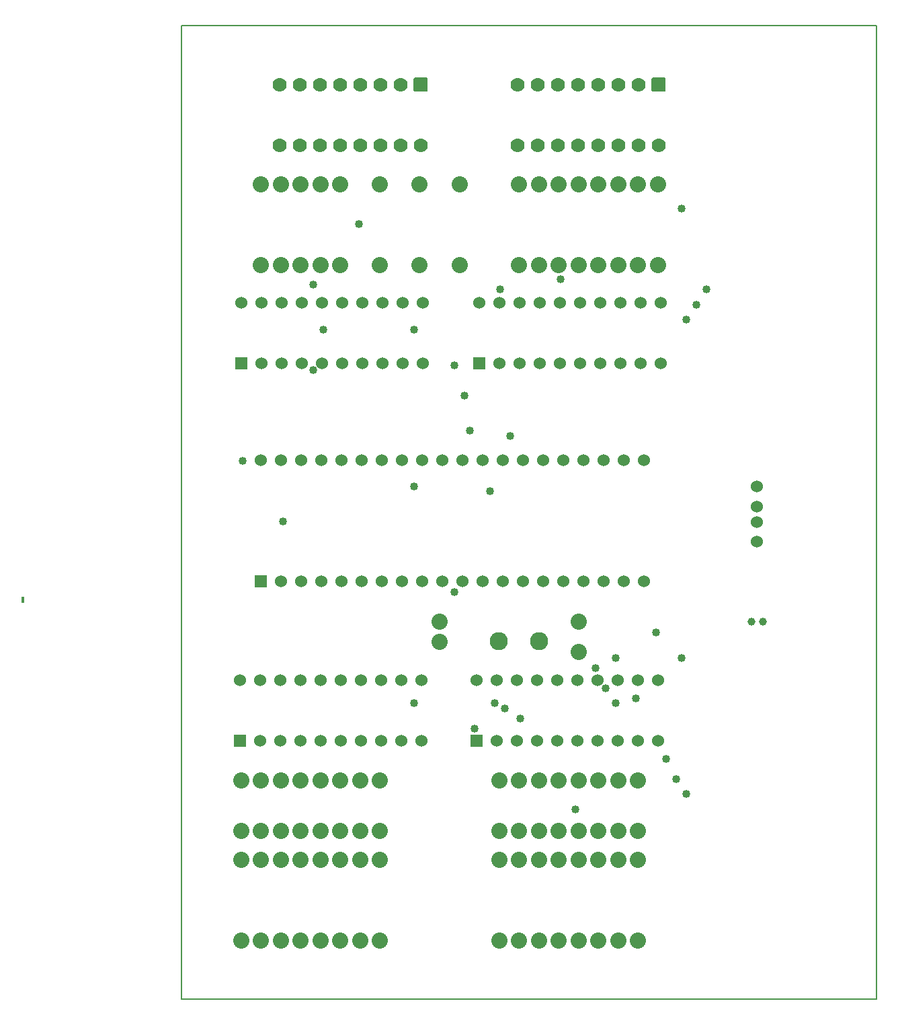
<source format=gbr>
G04 PROTEUS RS274X GERBER FILE*
%FSLAX45Y45*%
%MOMM*%
G01*
%ADD22C,1.016000*%
%AMPPAD002*
4,1,20,
-0.005000,0.625000,
0.005000,0.625000,
0.039760,0.621620,
0.071900,0.611880,
0.100810,0.596420,
0.125860,0.575860,
0.146420,0.550810,
0.161880,0.521900,
0.171620,0.489760,
0.175000,0.455000,
0.175000,-0.175000,
-0.175000,-0.175000,
-0.175000,0.455000,
-0.171620,0.489760,
-0.161880,0.521900,
-0.146420,0.550810,
-0.125860,0.575860,
-0.100810,0.596420,
-0.071900,0.611880,
-0.039760,0.621620,
-0.005000,0.625000,
0*%
%ADD12PPAD002*%
%AMPPAD015*
4,1,36,
-0.635000,0.762000,
0.635000,0.762000,
0.660970,0.759470,
0.684980,0.752200,
0.706580,0.740650,
0.725290,0.725290,
0.740650,0.706570,
0.752200,0.684980,
0.759470,0.660970,
0.762000,0.635000,
0.762000,-0.635000,
0.759470,-0.660970,
0.752200,-0.684980,
0.740650,-0.706570,
0.725290,-0.725290,
0.706580,-0.740650,
0.684980,-0.752200,
0.660970,-0.759470,
0.635000,-0.762000,
-0.635000,-0.762000,
-0.660970,-0.759470,
-0.684980,-0.752200,
-0.706580,-0.740650,
-0.725290,-0.725290,
-0.740650,-0.706570,
-0.752200,-0.684980,
-0.759470,-0.660970,
-0.762000,-0.635000,
-0.762000,0.635000,
-0.759470,0.660970,
-0.752200,0.684980,
-0.740650,0.706570,
-0.725290,0.725290,
-0.706580,0.740650,
-0.684980,0.752200,
-0.660970,0.759470,
-0.635000,0.762000,
0*%
%ADD23PPAD015*%
%ADD70C,1.524000*%
%ADD24C,2.286000*%
%ADD15C,2.032000*%
%ADD17C,0.980000*%
%AMPPAD017*
4,1,36,
0.889000,0.762000,
0.889000,-0.762000,
0.886470,-0.787970,
0.879200,-0.811980,
0.867650,-0.833580,
0.852290,-0.852290,
0.833570,-0.867650,
0.811980,-0.879200,
0.787970,-0.886470,
0.762000,-0.889000,
-0.762000,-0.889000,
-0.787970,-0.886470,
-0.811980,-0.879200,
-0.833570,-0.867650,
-0.852290,-0.852290,
-0.867650,-0.833580,
-0.879200,-0.811980,
-0.886470,-0.787970,
-0.889000,-0.762000,
-0.889000,0.762000,
-0.886470,0.787970,
-0.879200,0.811980,
-0.867650,0.833580,
-0.852290,0.852290,
-0.833570,0.867650,
-0.811980,0.879200,
-0.787970,0.886470,
-0.762000,0.889000,
0.762000,0.889000,
0.787970,0.886470,
0.811980,0.879200,
0.833570,0.867650,
0.852290,0.852290,
0.867650,0.833580,
0.879200,0.811980,
0.886470,0.787970,
0.889000,0.762000,
0*%
%ADD25PPAD017*%
%ADD16C,1.778000*%
%ADD71C,0.203200*%
%TD.AperFunction*%
D22*
X+2730500Y-1143000D03*
X-1968500Y+254000D03*
X+190500Y-635000D03*
X-2476500Y+1016000D03*
X+825500Y-2095500D03*
X+190500Y+2222500D03*
X+1016000Y-2222500D03*
X+1524000Y+3302000D03*
X+381000Y+1397000D03*
X+444500Y-2349500D03*
X+635000Y+635000D03*
X+889000Y+1333500D03*
X+317500Y+1841500D03*
X-317500Y+698500D03*
X-1587500Y+3238500D03*
X-1587500Y+2159000D03*
X-1016000Y+4000500D03*
X+762000Y+3175000D03*
X+3238500Y+2984500D03*
X+3048000Y+4191000D03*
X+3111500Y+2794000D03*
X+3365500Y+3175000D03*
X-317500Y-2032000D03*
X+698500Y-2032000D03*
X+2857500Y-2730500D03*
X+2222500Y-2032000D03*
X+1714500Y-3365500D03*
X+1968500Y-1587500D03*
X+3111500Y-3175000D03*
X+2095500Y-1841500D03*
X+3048000Y-1460500D03*
X+2222500Y-1460500D03*
X+2984500Y-2984500D03*
X+2476500Y-1968500D03*
X-1460500Y+2667000D03*
X-317500Y+2667000D03*
D12*
X-5250000Y-750000D03*
D23*
X-2250000Y-500000D03*
D70*
X-1996000Y-500000D03*
X-1742000Y-500000D03*
X-1488000Y-500000D03*
X-1234000Y-500000D03*
X-980000Y-500000D03*
X-726000Y-500000D03*
X-472000Y-500000D03*
X-218000Y-500000D03*
X+36000Y-500000D03*
X+290000Y-500000D03*
X+544000Y-500000D03*
X+798000Y-500000D03*
X+1052000Y-500000D03*
X+1306000Y-500000D03*
X+1560000Y-500000D03*
X+1814000Y-500000D03*
X+2068000Y-500000D03*
X+2322000Y-500000D03*
X+2576000Y-500000D03*
X+2576000Y+1024000D03*
X+2322000Y+1024000D03*
X+2068000Y+1024000D03*
X+1814000Y+1024000D03*
X+1560000Y+1024000D03*
X+1306000Y+1024000D03*
X+1052000Y+1024000D03*
X+798000Y+1024000D03*
X+544000Y+1024000D03*
X+290000Y+1024000D03*
X+36000Y+1024000D03*
X-218000Y+1024000D03*
X-472000Y+1024000D03*
X-726000Y+1024000D03*
X-980000Y+1024000D03*
X-1234000Y+1024000D03*
X-1488000Y+1024000D03*
X-1742000Y+1024000D03*
X-1996000Y+1024000D03*
X-2250000Y+1024000D03*
D23*
X-2500000Y+2250000D03*
D70*
X-2246000Y+2250000D03*
X-1992000Y+2250000D03*
X-1738000Y+2250000D03*
X-1484000Y+2250000D03*
X-1230000Y+2250000D03*
X-976000Y+2250000D03*
X-722000Y+2250000D03*
X-468000Y+2250000D03*
X-214000Y+2250000D03*
X-214000Y+3012000D03*
X-468000Y+3012000D03*
X-722000Y+3012000D03*
X-976000Y+3012000D03*
X-1230000Y+3012000D03*
X-1484000Y+3012000D03*
X-1738000Y+3012000D03*
X-1992000Y+3012000D03*
X-2246000Y+3012000D03*
X-2500000Y+3012000D03*
D23*
X+500000Y+2250000D03*
D70*
X+754000Y+2250000D03*
X+1008000Y+2250000D03*
X+1262000Y+2250000D03*
X+1516000Y+2250000D03*
X+1770000Y+2250000D03*
X+2024000Y+2250000D03*
X+2278000Y+2250000D03*
X+2532000Y+2250000D03*
X+2786000Y+2250000D03*
X+2786000Y+3012000D03*
X+2532000Y+3012000D03*
X+2278000Y+3012000D03*
X+2024000Y+3012000D03*
X+1770000Y+3012000D03*
X+1516000Y+3012000D03*
X+1262000Y+3012000D03*
X+1008000Y+3012000D03*
X+754000Y+3012000D03*
X+500000Y+3012000D03*
D23*
X-2512000Y-2500000D03*
D70*
X-2258000Y-2500000D03*
X-2004000Y-2500000D03*
X-1750000Y-2500000D03*
X-1496000Y-2500000D03*
X-1242000Y-2500000D03*
X-988000Y-2500000D03*
X-734000Y-2500000D03*
X-480000Y-2500000D03*
X-226000Y-2500000D03*
X-226000Y-1738000D03*
X-480000Y-1738000D03*
X-734000Y-1738000D03*
X-988000Y-1738000D03*
X-1242000Y-1738000D03*
X-1496000Y-1738000D03*
X-1750000Y-1738000D03*
X-2004000Y-1738000D03*
X-2258000Y-1738000D03*
X-2512000Y-1738000D03*
D23*
X+464000Y-2500000D03*
D70*
X+718000Y-2500000D03*
X+972000Y-2500000D03*
X+1226000Y-2500000D03*
X+1480000Y-2500000D03*
X+1734000Y-2500000D03*
X+1988000Y-2500000D03*
X+2242000Y-2500000D03*
X+2496000Y-2500000D03*
X+2750000Y-2500000D03*
X+2750000Y-1738000D03*
X+2496000Y-1738000D03*
X+2242000Y-1738000D03*
X+1988000Y-1738000D03*
X+1734000Y-1738000D03*
X+1480000Y-1738000D03*
X+1226000Y-1738000D03*
X+972000Y-1738000D03*
X+718000Y-1738000D03*
X+464000Y-1738000D03*
X+4000000Y+0D03*
X+4000000Y+248920D03*
X+4000000Y+447040D03*
X+4000000Y+695960D03*
D24*
X+1250000Y-1250000D03*
X+742000Y-1250000D03*
D15*
X-2500000Y-3000000D03*
X-2500000Y-3635000D03*
X-2000000Y-3000000D03*
X-2000000Y-3635000D03*
X-2250000Y-3000000D03*
X-2250000Y-3635000D03*
X-1750000Y-3000000D03*
X-1750000Y-3635000D03*
X-1500000Y-3000000D03*
X-1500000Y-3635000D03*
X-1250000Y-3000000D03*
X-1250000Y-3635000D03*
X-1000000Y-3000000D03*
X-1000000Y-3635000D03*
X-750000Y-3000000D03*
X-750000Y-3635000D03*
X+750000Y-3000000D03*
X+750000Y-3635000D03*
X+1000000Y-3000000D03*
X+1000000Y-3635000D03*
X+1250000Y-3000000D03*
X+1250000Y-3635000D03*
X+1500000Y-3000000D03*
X+1500000Y-3635000D03*
X+1750000Y-3000000D03*
X+1750000Y-3635000D03*
X+2000000Y-3000000D03*
X+2000000Y-3635000D03*
X+2250000Y-3000000D03*
X+2250000Y-3635000D03*
X+2500000Y-3000000D03*
X+2500000Y-3635000D03*
X+1750000Y-1000000D03*
X+1750000Y-1381000D03*
X+0Y-1000000D03*
X+0Y-1254000D03*
D17*
X+3925000Y-1000000D03*
X+4075000Y-1000000D03*
D15*
X-2500000Y-4000000D03*
X-2500000Y-5016000D03*
X-2250000Y-4000000D03*
X-2250000Y-5016000D03*
X-2000000Y-4000000D03*
X-2000000Y-5016000D03*
X-1750000Y-4000000D03*
X-1750000Y-5016000D03*
X-1500000Y-4000000D03*
X-1500000Y-5016000D03*
X-1250000Y-4000000D03*
X-1250000Y-5016000D03*
X-1000000Y-4000000D03*
X-1000000Y-5016000D03*
X-750000Y-4000000D03*
X-750000Y-5016000D03*
X+750000Y-4000000D03*
X+750000Y-5016000D03*
X+1000000Y-4000000D03*
X+1000000Y-5016000D03*
X+1250000Y-4000000D03*
X+1250000Y-5016000D03*
X+1500000Y-4000000D03*
X+1500000Y-5016000D03*
X+1750000Y-4000000D03*
X+1750000Y-5016000D03*
X+2000000Y-4000000D03*
X+2000000Y-5016000D03*
X+2250000Y-4000000D03*
X+2250000Y-5016000D03*
X+2500000Y-4000000D03*
X+2500000Y-5016000D03*
X+1000000Y+4500000D03*
X+1000000Y+3484000D03*
X+1250000Y+4500000D03*
X+1250000Y+3484000D03*
X+1750000Y+4500000D03*
X+1750000Y+3484000D03*
X+2250000Y+4500000D03*
X+2250000Y+3484000D03*
X+2750000Y+4500000D03*
X+2750000Y+3484000D03*
X+2500000Y+4500000D03*
X+2500000Y+3484000D03*
X+2000000Y+4500000D03*
X+2000000Y+3484000D03*
X+1500000Y+4500000D03*
X+1500000Y+3484000D03*
X-2250000Y+4500000D03*
X-2250000Y+3484000D03*
X-1750000Y+4500000D03*
X-1750000Y+3484000D03*
X-1250000Y+4500000D03*
X-1250000Y+3484000D03*
X-750000Y+4500000D03*
X-750000Y+3484000D03*
X-250000Y+4500000D03*
X-250000Y+3484000D03*
X+250000Y+4500000D03*
X+250000Y+3484000D03*
X-1500000Y+4500000D03*
X-1500000Y+3484000D03*
X-2000000Y+4500000D03*
X-2000000Y+3484000D03*
D25*
X-238000Y+5750000D03*
D16*
X-492000Y+5750000D03*
X-746000Y+5750000D03*
X-1000000Y+5750000D03*
X-1254000Y+5750000D03*
X-1508000Y+5750000D03*
X-1762000Y+5750000D03*
X-2016000Y+5750000D03*
X-2016000Y+4988000D03*
X-1762000Y+4988000D03*
X-1508000Y+4988000D03*
X-1254000Y+4988000D03*
X-1000000Y+4988000D03*
X-746000Y+4988000D03*
X-492000Y+4988000D03*
X-238000Y+4988000D03*
D25*
X+2762000Y+5750000D03*
D16*
X+2508000Y+5750000D03*
X+2254000Y+5750000D03*
X+2000000Y+5750000D03*
X+1746000Y+5750000D03*
X+1492000Y+5750000D03*
X+1238000Y+5750000D03*
X+984000Y+5750000D03*
X+984000Y+4988000D03*
X+1238000Y+4988000D03*
X+1492000Y+4988000D03*
X+1746000Y+4988000D03*
X+2000000Y+4988000D03*
X+2254000Y+4988000D03*
X+2508000Y+4988000D03*
X+2762000Y+4988000D03*
D71*
X-3250000Y-5750000D02*
X+5500000Y-5750000D01*
X+5500000Y+6500000D01*
X-3250000Y+6500000D01*
X-3250000Y-5750000D01*
M02*

</source>
